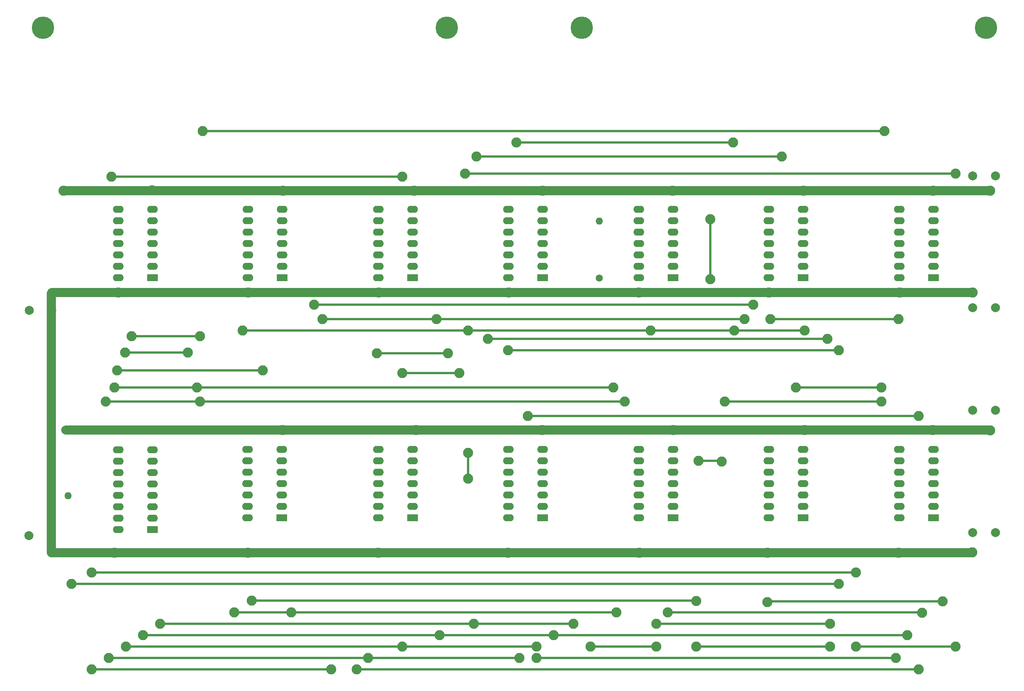
<source format=gbr>
G04 #@! TF.GenerationSoftware,KiCad,Pcbnew,(6.0.4-0)*
G04 #@! TF.CreationDate,2024-04-14T15:18:28+10:00*
G04 #@! TF.ProjectId,educ 8 decoder,65647563-2038-4206-9465-636f6465722e,rev?*
G04 #@! TF.SameCoordinates,Original*
G04 #@! TF.FileFunction,Copper,L1,Top*
G04 #@! TF.FilePolarity,Positive*
%FSLAX46Y46*%
G04 Gerber Fmt 4.6, Leading zero omitted, Abs format (unit mm)*
G04 Created by KiCad (PCBNEW (6.0.4-0)) date 2024-04-14 15:18:28*
%MOMM*%
%LPD*%
G01*
G04 APERTURE LIST*
G04 #@! TA.AperFunction,ComponentPad*
%ADD10C,2.000000*%
G04 #@! TD*
G04 #@! TA.AperFunction,ComponentPad*
%ADD11C,1.600000*%
G04 #@! TD*
G04 #@! TA.AperFunction,ComponentPad*
%ADD12O,1.600000X1.600000*%
G04 #@! TD*
G04 #@! TA.AperFunction,ComponentPad*
%ADD13R,2.400000X1.600000*%
G04 #@! TD*
G04 #@! TA.AperFunction,ComponentPad*
%ADD14O,2.400000X1.600000*%
G04 #@! TD*
G04 #@! TA.AperFunction,ComponentPad*
%ADD15C,5.000000*%
G04 #@! TD*
G04 #@! TA.AperFunction,ViaPad*
%ADD16C,2.250000*%
G04 #@! TD*
G04 #@! TA.AperFunction,ViaPad*
%ADD17C,2.000000*%
G04 #@! TD*
G04 #@! TA.AperFunction,Conductor*
%ADD18C,2.000000*%
G04 #@! TD*
G04 #@! TA.AperFunction,Conductor*
%ADD19C,0.500000*%
G04 #@! TD*
G04 APERTURE END LIST*
D10*
X262090000Y-178245000D03*
X267090000Y-178245000D03*
X56985000Y-156020000D03*
X51985000Y-156020000D03*
X56905000Y-206185000D03*
X51905000Y-206185000D03*
X262090000Y-155385000D03*
X267090000Y-155385000D03*
D11*
X178905002Y-148781008D03*
D12*
X178905002Y-136081008D03*
D13*
X79420000Y-148740000D03*
D14*
X79420000Y-146200000D03*
X79420000Y-143660000D03*
X79420000Y-141120000D03*
X79420000Y-138580000D03*
X79420000Y-136040000D03*
X79420000Y-133500000D03*
X71800000Y-133500000D03*
X71800000Y-136040000D03*
X71800000Y-138580000D03*
X71800000Y-141120000D03*
X71800000Y-143660000D03*
X71800000Y-146200000D03*
X71800000Y-148740000D03*
D13*
X108320000Y-148740000D03*
D14*
X108320000Y-146200000D03*
X108320000Y-143660000D03*
X108320000Y-141120000D03*
X108320000Y-138580000D03*
X108320000Y-136040000D03*
X108320000Y-133500000D03*
X100700000Y-133500000D03*
X100700000Y-136040000D03*
X100700000Y-138580000D03*
X100700000Y-141120000D03*
X100700000Y-143660000D03*
X100700000Y-146200000D03*
X100700000Y-148740000D03*
D13*
X166320000Y-148740000D03*
D14*
X166320000Y-146200000D03*
X166320000Y-143660000D03*
X166320000Y-141120000D03*
X166320000Y-138580000D03*
X166320000Y-136040000D03*
X166320000Y-133500000D03*
X158700000Y-133500000D03*
X158700000Y-136040000D03*
X158700000Y-138580000D03*
X158700000Y-141120000D03*
X158700000Y-143660000D03*
X158700000Y-146200000D03*
X158700000Y-148740000D03*
D13*
X195320000Y-148740000D03*
D14*
X195320000Y-146200000D03*
X195320000Y-143660000D03*
X195320000Y-141120000D03*
X195320000Y-138580000D03*
X195320000Y-136040000D03*
X195320000Y-133500000D03*
X187700000Y-133500000D03*
X187700000Y-136040000D03*
X187700000Y-138580000D03*
X187700000Y-141120000D03*
X187700000Y-143660000D03*
X187700000Y-146200000D03*
X187700000Y-148740000D03*
D13*
X224320000Y-148740000D03*
D14*
X224320000Y-146200000D03*
X224320000Y-143660000D03*
X224320000Y-141120000D03*
X224320000Y-138580000D03*
X224320000Y-136040000D03*
X224320000Y-133500000D03*
X216700000Y-133500000D03*
X216700000Y-136040000D03*
X216700000Y-138580000D03*
X216700000Y-141120000D03*
X216700000Y-143660000D03*
X216700000Y-146200000D03*
X216700000Y-148740000D03*
D13*
X253320000Y-148740000D03*
D14*
X253320000Y-146200000D03*
X253320000Y-143660000D03*
X253320000Y-141120000D03*
X253320000Y-138580000D03*
X253320000Y-136040000D03*
X253320000Y-133500000D03*
X245700000Y-133500000D03*
X245700000Y-136040000D03*
X245700000Y-138580000D03*
X245700000Y-141120000D03*
X245700000Y-143660000D03*
X245700000Y-146200000D03*
X245700000Y-148740000D03*
D13*
X79420000Y-204880000D03*
D14*
X79420000Y-202340000D03*
X79420000Y-199800000D03*
X79420000Y-197260000D03*
X79420000Y-194720000D03*
X79420000Y-192180000D03*
X79420000Y-189640000D03*
X79420000Y-187100000D03*
X71800000Y-187100000D03*
X71800000Y-189640000D03*
X71800000Y-192180000D03*
X71800000Y-194720000D03*
X71800000Y-197260000D03*
X71800000Y-199800000D03*
X71800000Y-202340000D03*
X71800000Y-204880000D03*
D13*
X108220000Y-202240000D03*
D14*
X108220000Y-199700000D03*
X108220000Y-197160000D03*
X108220000Y-194620000D03*
X108220000Y-192080000D03*
X108220000Y-189540000D03*
X108220000Y-187000000D03*
X100600000Y-187000000D03*
X100600000Y-189540000D03*
X100600000Y-192080000D03*
X100600000Y-194620000D03*
X100600000Y-197160000D03*
X100600000Y-199700000D03*
X100600000Y-202240000D03*
D13*
X137320000Y-202240000D03*
D14*
X137320000Y-199700000D03*
X137320000Y-197160000D03*
X137320000Y-194620000D03*
X137320000Y-192080000D03*
X137320000Y-189540000D03*
X137320000Y-187000000D03*
X129700000Y-187000000D03*
X129700000Y-189540000D03*
X129700000Y-192080000D03*
X129700000Y-194620000D03*
X129700000Y-197160000D03*
X129700000Y-199700000D03*
X129700000Y-202240000D03*
D13*
X166320000Y-202240000D03*
D14*
X166320000Y-199700000D03*
X166320000Y-197160000D03*
X166320000Y-194620000D03*
X166320000Y-192080000D03*
X166320000Y-189540000D03*
X166320000Y-187000000D03*
X158700000Y-187000000D03*
X158700000Y-189540000D03*
X158700000Y-192080000D03*
X158700000Y-194620000D03*
X158700000Y-197160000D03*
X158700000Y-199700000D03*
X158700000Y-202240000D03*
D13*
X195320000Y-202240000D03*
D14*
X195320000Y-199700000D03*
X195320000Y-197160000D03*
X195320000Y-194620000D03*
X195320000Y-192080000D03*
X195320000Y-189540000D03*
X195320000Y-187000000D03*
X187700000Y-187000000D03*
X187700000Y-189540000D03*
X187700000Y-192080000D03*
X187700000Y-194620000D03*
X187700000Y-197160000D03*
X187700000Y-199700000D03*
X187700000Y-202240000D03*
D13*
X224320000Y-202240000D03*
D14*
X224320000Y-199700000D03*
X224320000Y-197160000D03*
X224320000Y-194620000D03*
X224320000Y-192080000D03*
X224320000Y-189540000D03*
X224320000Y-187000000D03*
X216700000Y-187000000D03*
X216700000Y-189540000D03*
X216700000Y-192080000D03*
X216700000Y-194620000D03*
X216700000Y-197160000D03*
X216700000Y-199700000D03*
X216700000Y-202240000D03*
D13*
X253320000Y-202240000D03*
D14*
X253320000Y-199700000D03*
X253320000Y-197160000D03*
X253320000Y-194620000D03*
X253320000Y-192080000D03*
X253320000Y-189540000D03*
X253320000Y-187000000D03*
X245700000Y-187000000D03*
X245700000Y-189540000D03*
X245700000Y-192080000D03*
X245700000Y-194620000D03*
X245700000Y-197160000D03*
X245700000Y-199700000D03*
X245700000Y-202240000D03*
D10*
X262090000Y-205550000D03*
X267090000Y-205550000D03*
X262090000Y-126000000D03*
X267090000Y-126000000D03*
D11*
X60626803Y-210041998D03*
D12*
X60626803Y-197341998D03*
D13*
X137320000Y-148740000D03*
D14*
X137320000Y-146200000D03*
X137320000Y-143660000D03*
X137320000Y-141120000D03*
X137320000Y-138580000D03*
X137320000Y-136040000D03*
X137320000Y-133500000D03*
X129700000Y-133500000D03*
X129700000Y-136040000D03*
X129700000Y-138580000D03*
X129700000Y-141120000D03*
X129700000Y-143660000D03*
X129700000Y-146200000D03*
X129700000Y-148740000D03*
D15*
X55000000Y-93000000D03*
X145000000Y-93000000D03*
X175000000Y-93000000D03*
X265000000Y-93000000D03*
D16*
X195288000Y-129293600D03*
X59581400Y-129293600D03*
X253200000Y-182690000D03*
X108420000Y-182690000D03*
X137686400Y-129293600D03*
D17*
X60160000Y-182690000D03*
D16*
X108476400Y-129293600D03*
X224625000Y-182690000D03*
X138110000Y-182690000D03*
X253256400Y-129293600D03*
X166332000Y-129293600D03*
X166205000Y-182690000D03*
X195415000Y-182690000D03*
X79337000Y-129223000D03*
D17*
X79220000Y-182690000D03*
D16*
X265956400Y-129293600D03*
X224371000Y-129293600D03*
X265956400Y-182746400D03*
X129732800Y-209995000D03*
X261999999Y-209904999D03*
X262090000Y-152030000D03*
X216370000Y-209995000D03*
X70955000Y-209995000D03*
X245580000Y-209995000D03*
X216677000Y-152030000D03*
X187721000Y-152030000D03*
X100649800Y-209995000D03*
X158765000Y-152030000D03*
X57076800Y-152242000D03*
X129775000Y-152030000D03*
X187795000Y-209995000D03*
X71770000Y-152030000D03*
X158585000Y-209995000D03*
X245760000Y-152030000D03*
X100726000Y-152030000D03*
X258280000Y-230950000D03*
X236055000Y-230950000D03*
X124930000Y-236030000D03*
X250025000Y-236030000D03*
X255335800Y-220859000D03*
X216346800Y-220986000D03*
X200995000Y-189540000D03*
X241770000Y-176340000D03*
X206845000Y-176340000D03*
X206210000Y-189675000D03*
X232245000Y-164910000D03*
X158585000Y-164910000D03*
X177000000Y-230950000D03*
X191605000Y-230950000D03*
X182715000Y-223330000D03*
X110325000Y-223330000D03*
X71590000Y-169355000D03*
X103975000Y-169355000D03*
X97625000Y-223330000D03*
X230340000Y-225870000D03*
X191605000Y-225870000D03*
X203670000Y-149035000D03*
X203670000Y-135700000D03*
X135090000Y-169990000D03*
X147790000Y-169990000D03*
X229705000Y-162370000D03*
X154140000Y-162370000D03*
X87303799Y-165383799D03*
X73333799Y-165383799D03*
X145250000Y-165545000D03*
X129375000Y-165545000D03*
X115405000Y-154750000D03*
X213195000Y-154750000D03*
X211290000Y-157925000D03*
X142710000Y-157925000D03*
X117310000Y-157925000D03*
X149695000Y-160465000D03*
X224625000Y-160465000D03*
X190335000Y-160465000D03*
X208965000Y-160465000D03*
X99530000Y-160465000D03*
X101512800Y-220712200D03*
X200495000Y-220790000D03*
X184620000Y-176340000D03*
X90005000Y-176340000D03*
X69050000Y-176340000D03*
X70955000Y-173165000D03*
X182080000Y-173165000D03*
X89370000Y-173165000D03*
X242405000Y-116015000D03*
X74765000Y-161735000D03*
X90640000Y-116015000D03*
X90005000Y-161735000D03*
X163030000Y-179515000D03*
X250025000Y-179515000D03*
X173190000Y-225870000D03*
X150965000Y-225870000D03*
X81115000Y-225870000D03*
X77305000Y-228410000D03*
X168745000Y-228410000D03*
X143345000Y-228410000D03*
X247485000Y-228410000D03*
X244945000Y-233490000D03*
X135090000Y-230950000D03*
X164935000Y-233490000D03*
X164935000Y-230950000D03*
X73495000Y-230950000D03*
X127470000Y-233490000D03*
X161125000Y-233490000D03*
X149695000Y-187770000D03*
X69685000Y-233490000D03*
X149695000Y-193485000D03*
X119215000Y-236030000D03*
X65875000Y-236030000D03*
X149060000Y-125540000D03*
X258280000Y-125540000D03*
X208750000Y-118555000D03*
X160490000Y-118555000D03*
X219545000Y-121730000D03*
X151600000Y-121730000D03*
X217005000Y-157925000D03*
X245580000Y-157925000D03*
X241770000Y-173165000D03*
X194145000Y-223330000D03*
X250763800Y-223399000D03*
X222720000Y-173165000D03*
X70320000Y-126175000D03*
X135090000Y-126175000D03*
X232245000Y-216980000D03*
X61430000Y-216980000D03*
X236055000Y-214440000D03*
X65875000Y-214440000D03*
X230340000Y-230950000D03*
X200495000Y-230950000D03*
D18*
X79901400Y-129293600D02*
X59581400Y-129293600D01*
X108476400Y-129293600D02*
X79901400Y-129293600D01*
X137686400Y-129293600D02*
X108476400Y-129293600D01*
X166261400Y-129293600D02*
X137686400Y-129293600D01*
X195471400Y-129293600D02*
X166261400Y-129293600D01*
X224046400Y-129293600D02*
X195471400Y-129293600D01*
X108420000Y-182690000D02*
X79220000Y-182690000D01*
X253200000Y-182690000D02*
X265900000Y-182690000D01*
X265956400Y-129293600D02*
X253256400Y-129293600D01*
X224625000Y-182690000D02*
X253200000Y-182690000D01*
X253256400Y-129293600D02*
X238665600Y-129293600D01*
X60160000Y-182690000D02*
X79220000Y-182690000D01*
X265900000Y-182690000D02*
X265956400Y-182746400D01*
X138110000Y-182690000D02*
X166205000Y-182690000D01*
X138110000Y-182690000D02*
X108420000Y-182690000D01*
X166205000Y-182690000D02*
X195415000Y-182690000D01*
X195415000Y-182690000D02*
X224625000Y-182690000D01*
X238665600Y-129293600D02*
X224046400Y-129293600D01*
X100726000Y-152030000D02*
X71770000Y-152030000D01*
X187721000Y-152030000D02*
X158765000Y-152030000D01*
X216677000Y-152030000D02*
X187721000Y-152030000D01*
X245760000Y-152030000D02*
X238775000Y-152030000D01*
X238775000Y-152030000D02*
X216677000Y-152030000D01*
X71770000Y-152030000D02*
X56974800Y-152030000D01*
X158765000Y-152030000D02*
X129775000Y-152030000D01*
X261999999Y-209904999D02*
X261909998Y-209995000D01*
X56905000Y-152213800D02*
X56905000Y-209995000D01*
X56976800Y-152142000D02*
X56905000Y-152213800D01*
X56905000Y-209995000D02*
X129732800Y-209995000D01*
X261909998Y-209995000D02*
X129732800Y-209995000D01*
X100726000Y-152030000D02*
X129775000Y-152030000D01*
X262090000Y-152030000D02*
X245760000Y-152030000D01*
D19*
X258280000Y-230950000D02*
X236055000Y-230950000D01*
X250025000Y-236030000D02*
X124930000Y-236030000D01*
X216473800Y-220859000D02*
X253557800Y-220859000D01*
X216346800Y-220986000D02*
X216473800Y-220859000D01*
X253557800Y-220859000D02*
X255335800Y-220859000D01*
X206075000Y-189540000D02*
X206210000Y-189675000D01*
X241770000Y-176340000D02*
X206845000Y-176340000D01*
X200995000Y-189540000D02*
X206075000Y-189540000D01*
X158585000Y-164910000D02*
X232245000Y-164910000D01*
X177000000Y-230950000D02*
X191605000Y-230950000D01*
X110325000Y-223330000D02*
X182715000Y-223330000D01*
X97625000Y-223330000D02*
X110325000Y-223330000D01*
X71590000Y-169355000D02*
X103975000Y-169355000D01*
X191605000Y-225870000D02*
X230340000Y-225870000D01*
X203670000Y-149035000D02*
X203670000Y-135700000D01*
X135090000Y-169990000D02*
X147790000Y-169990000D01*
X154140000Y-162370000D02*
X229705000Y-162370000D01*
X87303799Y-165383799D02*
X73333799Y-165383799D01*
X129375000Y-165545000D02*
X145250000Y-165545000D01*
X115405000Y-154750000D02*
X213195000Y-154750000D01*
X142710000Y-157925000D02*
X117310000Y-157925000D01*
X142710000Y-157925000D02*
X211290000Y-157925000D01*
X99530000Y-160465000D02*
X149695000Y-160465000D01*
X149695000Y-160465000D02*
X190335000Y-160465000D01*
X190335000Y-160465000D02*
X224625000Y-160465000D01*
X200417200Y-220712200D02*
X200495000Y-220790000D01*
X101512800Y-220712200D02*
X200417200Y-220712200D01*
X90005000Y-176340000D02*
X184620000Y-176340000D01*
X90005000Y-176340000D02*
X69050000Y-176340000D01*
X70955000Y-173165000D02*
X89370000Y-173165000D01*
X89370000Y-173165000D02*
X182080000Y-173165000D01*
X90005000Y-161735000D02*
X74765000Y-161735000D01*
X242405000Y-116015000D02*
X90640000Y-116015000D01*
X173190000Y-225870000D02*
X150965000Y-225870000D01*
X81115000Y-225870000D02*
X150965000Y-225870000D01*
X250025000Y-179515000D02*
X163030000Y-179515000D01*
X77305000Y-228410000D02*
X143345000Y-228410000D01*
X247485000Y-228410000D02*
X168745000Y-228410000D01*
X168745000Y-228410000D02*
X143345000Y-228410000D01*
X164935000Y-233490000D02*
X244945000Y-233490000D01*
X73495000Y-230950000D02*
X135090000Y-230950000D01*
X164935000Y-230950000D02*
X135090000Y-230950000D01*
X69685000Y-233490000D02*
X127470000Y-233490000D01*
X127470000Y-233490000D02*
X161125000Y-233490000D01*
X149695000Y-193485000D02*
X149695000Y-187770000D01*
X119215000Y-236030000D02*
X65875000Y-236030000D01*
X258280000Y-125540000D02*
X149060000Y-125540000D01*
X160490000Y-118555000D02*
X208750000Y-118555000D01*
X151600000Y-121730000D02*
X219545000Y-121730000D01*
X245580000Y-157925000D02*
X217005000Y-157925000D01*
X241770000Y-173165000D02*
X222720000Y-173165000D01*
X250694800Y-223330000D02*
X250763800Y-223399000D01*
X194145000Y-223330000D02*
X250694800Y-223330000D01*
X70320000Y-126175000D02*
X135090000Y-126175000D01*
X61430000Y-216980000D02*
X232245000Y-216980000D01*
X65875000Y-214440000D02*
X236055000Y-214440000D01*
X200495000Y-230950000D02*
X230340000Y-230950000D01*
M02*

</source>
